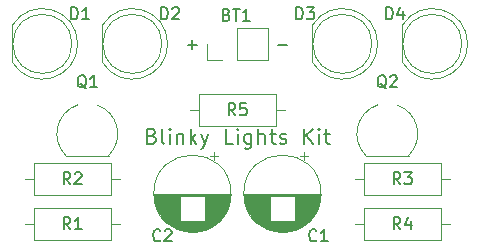
<source format=gbr>
G04 #@! TF.GenerationSoftware,KiCad,Pcbnew,5.1.6+dfsg1-1*
G04 #@! TF.CreationDate,2020-06-27T19:18:24-04:00*
G04 #@! TF.ProjectId,C,432e6b69-6361-4645-9f70-636258585858,rev?*
G04 #@! TF.SameCoordinates,Original*
G04 #@! TF.FileFunction,Legend,Top*
G04 #@! TF.FilePolarity,Positive*
%FSLAX46Y46*%
G04 Gerber Fmt 4.6, Leading zero omitted, Abs format (unit mm)*
G04 Created by KiCad (PCBNEW 5.1.6+dfsg1-1) date 2020-06-27 19:18:24*
%MOMM*%
%LPD*%
G01*
G04 APERTURE LIST*
%ADD10C,0.150000*%
%ADD11C,0.152400*%
%ADD12C,0.120000*%
G04 APERTURE END LIST*
D10*
X162179047Y-81351428D02*
X162940952Y-81351428D01*
X154559047Y-81351428D02*
X155320952Y-81351428D01*
X154940000Y-81732380D02*
X154940000Y-80970476D01*
D11*
X151523095Y-89063285D02*
X151704523Y-89123761D01*
X151765000Y-89184238D01*
X151825476Y-89305190D01*
X151825476Y-89486619D01*
X151765000Y-89607571D01*
X151704523Y-89668047D01*
X151583571Y-89728523D01*
X151099761Y-89728523D01*
X151099761Y-88458523D01*
X151523095Y-88458523D01*
X151644047Y-88519000D01*
X151704523Y-88579476D01*
X151765000Y-88700428D01*
X151765000Y-88821380D01*
X151704523Y-88942333D01*
X151644047Y-89002809D01*
X151523095Y-89063285D01*
X151099761Y-89063285D01*
X152551190Y-89728523D02*
X152430238Y-89668047D01*
X152369761Y-89547095D01*
X152369761Y-88458523D01*
X153035000Y-89728523D02*
X153035000Y-88881857D01*
X153035000Y-88458523D02*
X152974523Y-88519000D01*
X153035000Y-88579476D01*
X153095476Y-88519000D01*
X153035000Y-88458523D01*
X153035000Y-88579476D01*
X153639761Y-88881857D02*
X153639761Y-89728523D01*
X153639761Y-89002809D02*
X153700238Y-88942333D01*
X153821190Y-88881857D01*
X154002619Y-88881857D01*
X154123571Y-88942333D01*
X154184047Y-89063285D01*
X154184047Y-89728523D01*
X154788809Y-89728523D02*
X154788809Y-88458523D01*
X154909761Y-89244714D02*
X155272619Y-89728523D01*
X155272619Y-88881857D02*
X154788809Y-89365666D01*
X155695952Y-88881857D02*
X155998333Y-89728523D01*
X156300714Y-88881857D02*
X155998333Y-89728523D01*
X155877380Y-90030904D01*
X155816904Y-90091380D01*
X155695952Y-90151857D01*
X158356904Y-89728523D02*
X157752142Y-89728523D01*
X157752142Y-88458523D01*
X158780238Y-89728523D02*
X158780238Y-88881857D01*
X158780238Y-88458523D02*
X158719761Y-88519000D01*
X158780238Y-88579476D01*
X158840714Y-88519000D01*
X158780238Y-88458523D01*
X158780238Y-88579476D01*
X159929285Y-88881857D02*
X159929285Y-89909952D01*
X159868809Y-90030904D01*
X159808333Y-90091380D01*
X159687380Y-90151857D01*
X159505952Y-90151857D01*
X159385000Y-90091380D01*
X159929285Y-89668047D02*
X159808333Y-89728523D01*
X159566428Y-89728523D01*
X159445476Y-89668047D01*
X159385000Y-89607571D01*
X159324523Y-89486619D01*
X159324523Y-89123761D01*
X159385000Y-89002809D01*
X159445476Y-88942333D01*
X159566428Y-88881857D01*
X159808333Y-88881857D01*
X159929285Y-88942333D01*
X160534047Y-89728523D02*
X160534047Y-88458523D01*
X161078333Y-89728523D02*
X161078333Y-89063285D01*
X161017857Y-88942333D01*
X160896904Y-88881857D01*
X160715476Y-88881857D01*
X160594523Y-88942333D01*
X160534047Y-89002809D01*
X161501666Y-88881857D02*
X161985476Y-88881857D01*
X161683095Y-88458523D02*
X161683095Y-89547095D01*
X161743571Y-89668047D01*
X161864523Y-89728523D01*
X161985476Y-89728523D01*
X162348333Y-89668047D02*
X162469285Y-89728523D01*
X162711190Y-89728523D01*
X162832142Y-89668047D01*
X162892619Y-89547095D01*
X162892619Y-89486619D01*
X162832142Y-89365666D01*
X162711190Y-89305190D01*
X162529761Y-89305190D01*
X162408809Y-89244714D01*
X162348333Y-89123761D01*
X162348333Y-89063285D01*
X162408809Y-88942333D01*
X162529761Y-88881857D01*
X162711190Y-88881857D01*
X162832142Y-88942333D01*
X164404523Y-89728523D02*
X164404523Y-88458523D01*
X165130238Y-89728523D02*
X164585952Y-89002809D01*
X165130238Y-88458523D02*
X164404523Y-89184238D01*
X165674523Y-89728523D02*
X165674523Y-88881857D01*
X165674523Y-88458523D02*
X165614047Y-88519000D01*
X165674523Y-88579476D01*
X165735000Y-88519000D01*
X165674523Y-88458523D01*
X165674523Y-88579476D01*
X166097857Y-88881857D02*
X166581666Y-88881857D01*
X166279285Y-88458523D02*
X166279285Y-89547095D01*
X166339761Y-89668047D01*
X166460714Y-89728523D01*
X166581666Y-89728523D01*
D12*
X169650000Y-90750000D02*
X173250000Y-90750000D01*
X173258445Y-90727684D02*
G75*
G03*
X172230000Y-86450000I-1808445J1827684D01*
G01*
X169638125Y-90741741D02*
G75*
G02*
X170630000Y-86450000I1811875J1841741D01*
G01*
X144250000Y-90750000D02*
X147850000Y-90750000D01*
X147858445Y-90727684D02*
G75*
G03*
X146830000Y-86450000I-1808445J1827684D01*
G01*
X144238125Y-90741741D02*
G75*
G02*
X145230000Y-86450000I1811875J1841741D01*
G01*
X157094000Y-90774759D02*
X156464000Y-90774759D01*
X156779000Y-90459759D02*
X156779000Y-91089759D01*
X155342000Y-97201000D02*
X154538000Y-97201000D01*
X155573000Y-97161000D02*
X154307000Y-97161000D01*
X155742000Y-97121000D02*
X154138000Y-97121000D01*
X155880000Y-97081000D02*
X154000000Y-97081000D01*
X155999000Y-97041000D02*
X153881000Y-97041000D01*
X156105000Y-97001000D02*
X153775000Y-97001000D01*
X156202000Y-96961000D02*
X153678000Y-96961000D01*
X156290000Y-96921000D02*
X153590000Y-96921000D01*
X156372000Y-96881000D02*
X153508000Y-96881000D01*
X156449000Y-96841000D02*
X153431000Y-96841000D01*
X156521000Y-96801000D02*
X153359000Y-96801000D01*
X156590000Y-96761000D02*
X153290000Y-96761000D01*
X156654000Y-96721000D02*
X153226000Y-96721000D01*
X156716000Y-96681000D02*
X153164000Y-96681000D01*
X156774000Y-96641000D02*
X153106000Y-96641000D01*
X156830000Y-96601000D02*
X153050000Y-96601000D01*
X156884000Y-96561000D02*
X152996000Y-96561000D01*
X156935000Y-96521000D02*
X152945000Y-96521000D01*
X156984000Y-96481000D02*
X152896000Y-96481000D01*
X157032000Y-96441000D02*
X152848000Y-96441000D01*
X157077000Y-96401000D02*
X152803000Y-96401000D01*
X157122000Y-96361000D02*
X152758000Y-96361000D01*
X157164000Y-96321000D02*
X152716000Y-96321000D01*
X157205000Y-96281000D02*
X152675000Y-96281000D01*
X153900000Y-96241000D02*
X152635000Y-96241000D01*
X157245000Y-96241000D02*
X155980000Y-96241000D01*
X153900000Y-96201000D02*
X152597000Y-96201000D01*
X157283000Y-96201000D02*
X155980000Y-96201000D01*
X153900000Y-96161000D02*
X152560000Y-96161000D01*
X157320000Y-96161000D02*
X155980000Y-96161000D01*
X153900000Y-96121000D02*
X152524000Y-96121000D01*
X157356000Y-96121000D02*
X155980000Y-96121000D01*
X153900000Y-96081000D02*
X152490000Y-96081000D01*
X157390000Y-96081000D02*
X155980000Y-96081000D01*
X153900000Y-96041000D02*
X152456000Y-96041000D01*
X157424000Y-96041000D02*
X155980000Y-96041000D01*
X153900000Y-96001000D02*
X152424000Y-96001000D01*
X157456000Y-96001000D02*
X155980000Y-96001000D01*
X153900000Y-95961000D02*
X152392000Y-95961000D01*
X157488000Y-95961000D02*
X155980000Y-95961000D01*
X153900000Y-95921000D02*
X152362000Y-95921000D01*
X157518000Y-95921000D02*
X155980000Y-95921000D01*
X153900000Y-95881000D02*
X152333000Y-95881000D01*
X157547000Y-95881000D02*
X155980000Y-95881000D01*
X153900000Y-95841000D02*
X152304000Y-95841000D01*
X157576000Y-95841000D02*
X155980000Y-95841000D01*
X153900000Y-95801000D02*
X152276000Y-95801000D01*
X157604000Y-95801000D02*
X155980000Y-95801000D01*
X153900000Y-95761000D02*
X152250000Y-95761000D01*
X157630000Y-95761000D02*
X155980000Y-95761000D01*
X153900000Y-95721000D02*
X152224000Y-95721000D01*
X157656000Y-95721000D02*
X155980000Y-95721000D01*
X153900000Y-95681000D02*
X152198000Y-95681000D01*
X157682000Y-95681000D02*
X155980000Y-95681000D01*
X153900000Y-95641000D02*
X152174000Y-95641000D01*
X157706000Y-95641000D02*
X155980000Y-95641000D01*
X153900000Y-95601000D02*
X152150000Y-95601000D01*
X157730000Y-95601000D02*
X155980000Y-95601000D01*
X153900000Y-95561000D02*
X152128000Y-95561000D01*
X157752000Y-95561000D02*
X155980000Y-95561000D01*
X153900000Y-95521000D02*
X152106000Y-95521000D01*
X157774000Y-95521000D02*
X155980000Y-95521000D01*
X153900000Y-95481000D02*
X152084000Y-95481000D01*
X157796000Y-95481000D02*
X155980000Y-95481000D01*
X153900000Y-95441000D02*
X152064000Y-95441000D01*
X157816000Y-95441000D02*
X155980000Y-95441000D01*
X153900000Y-95401000D02*
X152044000Y-95401000D01*
X157836000Y-95401000D02*
X155980000Y-95401000D01*
X153900000Y-95361000D02*
X152024000Y-95361000D01*
X157856000Y-95361000D02*
X155980000Y-95361000D01*
X153900000Y-95321000D02*
X152006000Y-95321000D01*
X157874000Y-95321000D02*
X155980000Y-95321000D01*
X153900000Y-95281000D02*
X151988000Y-95281000D01*
X157892000Y-95281000D02*
X155980000Y-95281000D01*
X153900000Y-95241000D02*
X151970000Y-95241000D01*
X157910000Y-95241000D02*
X155980000Y-95241000D01*
X153900000Y-95201000D02*
X151954000Y-95201000D01*
X157926000Y-95201000D02*
X155980000Y-95201000D01*
X153900000Y-95161000D02*
X151938000Y-95161000D01*
X157942000Y-95161000D02*
X155980000Y-95161000D01*
X153900000Y-95121000D02*
X151922000Y-95121000D01*
X157958000Y-95121000D02*
X155980000Y-95121000D01*
X153900000Y-95081000D02*
X151907000Y-95081000D01*
X157973000Y-95081000D02*
X155980000Y-95081000D01*
X153900000Y-95041000D02*
X151893000Y-95041000D01*
X157987000Y-95041000D02*
X155980000Y-95041000D01*
X153900000Y-95001000D02*
X151879000Y-95001000D01*
X158001000Y-95001000D02*
X155980000Y-95001000D01*
X153900000Y-94961000D02*
X151866000Y-94961000D01*
X158014000Y-94961000D02*
X155980000Y-94961000D01*
X153900000Y-94921000D02*
X151854000Y-94921000D01*
X158026000Y-94921000D02*
X155980000Y-94921000D01*
X153900000Y-94881000D02*
X151842000Y-94881000D01*
X158038000Y-94881000D02*
X155980000Y-94881000D01*
X153900000Y-94841000D02*
X151830000Y-94841000D01*
X158050000Y-94841000D02*
X155980000Y-94841000D01*
X153900000Y-94801000D02*
X151819000Y-94801000D01*
X158061000Y-94801000D02*
X155980000Y-94801000D01*
X153900000Y-94761000D02*
X151809000Y-94761000D01*
X158071000Y-94761000D02*
X155980000Y-94761000D01*
X153900000Y-94721000D02*
X151799000Y-94721000D01*
X158081000Y-94721000D02*
X155980000Y-94721000D01*
X153900000Y-94681000D02*
X151790000Y-94681000D01*
X158090000Y-94681000D02*
X155980000Y-94681000D01*
X153900000Y-94640000D02*
X151781000Y-94640000D01*
X158099000Y-94640000D02*
X155980000Y-94640000D01*
X153900000Y-94600000D02*
X151773000Y-94600000D01*
X158107000Y-94600000D02*
X155980000Y-94600000D01*
X153900000Y-94560000D02*
X151765000Y-94560000D01*
X158115000Y-94560000D02*
X155980000Y-94560000D01*
X153900000Y-94520000D02*
X151758000Y-94520000D01*
X158122000Y-94520000D02*
X155980000Y-94520000D01*
X153900000Y-94480000D02*
X151751000Y-94480000D01*
X158129000Y-94480000D02*
X155980000Y-94480000D01*
X153900000Y-94440000D02*
X151745000Y-94440000D01*
X158135000Y-94440000D02*
X155980000Y-94440000D01*
X153900000Y-94400000D02*
X151739000Y-94400000D01*
X158141000Y-94400000D02*
X155980000Y-94400000D01*
X153900000Y-94360000D02*
X151734000Y-94360000D01*
X158146000Y-94360000D02*
X155980000Y-94360000D01*
X153900000Y-94320000D02*
X151729000Y-94320000D01*
X158151000Y-94320000D02*
X155980000Y-94320000D01*
X153900000Y-94280000D02*
X151725000Y-94280000D01*
X158155000Y-94280000D02*
X155980000Y-94280000D01*
X153900000Y-94240000D02*
X151722000Y-94240000D01*
X158158000Y-94240000D02*
X155980000Y-94240000D01*
X153900000Y-94200000D02*
X151718000Y-94200000D01*
X158162000Y-94200000D02*
X155980000Y-94200000D01*
X158164000Y-94160000D02*
X151716000Y-94160000D01*
X158167000Y-94120000D02*
X151713000Y-94120000D01*
X158168000Y-94080000D02*
X151712000Y-94080000D01*
X158170000Y-94040000D02*
X151710000Y-94040000D01*
X158170000Y-94000000D02*
X151710000Y-94000000D01*
X158170000Y-93960000D02*
X151710000Y-93960000D01*
X158210000Y-93960000D02*
G75*
G03*
X158210000Y-93960000I-3270000J0D01*
G01*
X164714000Y-90774759D02*
X164084000Y-90774759D01*
X164399000Y-90459759D02*
X164399000Y-91089759D01*
X162962000Y-97201000D02*
X162158000Y-97201000D01*
X163193000Y-97161000D02*
X161927000Y-97161000D01*
X163362000Y-97121000D02*
X161758000Y-97121000D01*
X163500000Y-97081000D02*
X161620000Y-97081000D01*
X163619000Y-97041000D02*
X161501000Y-97041000D01*
X163725000Y-97001000D02*
X161395000Y-97001000D01*
X163822000Y-96961000D02*
X161298000Y-96961000D01*
X163910000Y-96921000D02*
X161210000Y-96921000D01*
X163992000Y-96881000D02*
X161128000Y-96881000D01*
X164069000Y-96841000D02*
X161051000Y-96841000D01*
X164141000Y-96801000D02*
X160979000Y-96801000D01*
X164210000Y-96761000D02*
X160910000Y-96761000D01*
X164274000Y-96721000D02*
X160846000Y-96721000D01*
X164336000Y-96681000D02*
X160784000Y-96681000D01*
X164394000Y-96641000D02*
X160726000Y-96641000D01*
X164450000Y-96601000D02*
X160670000Y-96601000D01*
X164504000Y-96561000D02*
X160616000Y-96561000D01*
X164555000Y-96521000D02*
X160565000Y-96521000D01*
X164604000Y-96481000D02*
X160516000Y-96481000D01*
X164652000Y-96441000D02*
X160468000Y-96441000D01*
X164697000Y-96401000D02*
X160423000Y-96401000D01*
X164742000Y-96361000D02*
X160378000Y-96361000D01*
X164784000Y-96321000D02*
X160336000Y-96321000D01*
X164825000Y-96281000D02*
X160295000Y-96281000D01*
X161520000Y-96241000D02*
X160255000Y-96241000D01*
X164865000Y-96241000D02*
X163600000Y-96241000D01*
X161520000Y-96201000D02*
X160217000Y-96201000D01*
X164903000Y-96201000D02*
X163600000Y-96201000D01*
X161520000Y-96161000D02*
X160180000Y-96161000D01*
X164940000Y-96161000D02*
X163600000Y-96161000D01*
X161520000Y-96121000D02*
X160144000Y-96121000D01*
X164976000Y-96121000D02*
X163600000Y-96121000D01*
X161520000Y-96081000D02*
X160110000Y-96081000D01*
X165010000Y-96081000D02*
X163600000Y-96081000D01*
X161520000Y-96041000D02*
X160076000Y-96041000D01*
X165044000Y-96041000D02*
X163600000Y-96041000D01*
X161520000Y-96001000D02*
X160044000Y-96001000D01*
X165076000Y-96001000D02*
X163600000Y-96001000D01*
X161520000Y-95961000D02*
X160012000Y-95961000D01*
X165108000Y-95961000D02*
X163600000Y-95961000D01*
X161520000Y-95921000D02*
X159982000Y-95921000D01*
X165138000Y-95921000D02*
X163600000Y-95921000D01*
X161520000Y-95881000D02*
X159953000Y-95881000D01*
X165167000Y-95881000D02*
X163600000Y-95881000D01*
X161520000Y-95841000D02*
X159924000Y-95841000D01*
X165196000Y-95841000D02*
X163600000Y-95841000D01*
X161520000Y-95801000D02*
X159896000Y-95801000D01*
X165224000Y-95801000D02*
X163600000Y-95801000D01*
X161520000Y-95761000D02*
X159870000Y-95761000D01*
X165250000Y-95761000D02*
X163600000Y-95761000D01*
X161520000Y-95721000D02*
X159844000Y-95721000D01*
X165276000Y-95721000D02*
X163600000Y-95721000D01*
X161520000Y-95681000D02*
X159818000Y-95681000D01*
X165302000Y-95681000D02*
X163600000Y-95681000D01*
X161520000Y-95641000D02*
X159794000Y-95641000D01*
X165326000Y-95641000D02*
X163600000Y-95641000D01*
X161520000Y-95601000D02*
X159770000Y-95601000D01*
X165350000Y-95601000D02*
X163600000Y-95601000D01*
X161520000Y-95561000D02*
X159748000Y-95561000D01*
X165372000Y-95561000D02*
X163600000Y-95561000D01*
X161520000Y-95521000D02*
X159726000Y-95521000D01*
X165394000Y-95521000D02*
X163600000Y-95521000D01*
X161520000Y-95481000D02*
X159704000Y-95481000D01*
X165416000Y-95481000D02*
X163600000Y-95481000D01*
X161520000Y-95441000D02*
X159684000Y-95441000D01*
X165436000Y-95441000D02*
X163600000Y-95441000D01*
X161520000Y-95401000D02*
X159664000Y-95401000D01*
X165456000Y-95401000D02*
X163600000Y-95401000D01*
X161520000Y-95361000D02*
X159644000Y-95361000D01*
X165476000Y-95361000D02*
X163600000Y-95361000D01*
X161520000Y-95321000D02*
X159626000Y-95321000D01*
X165494000Y-95321000D02*
X163600000Y-95321000D01*
X161520000Y-95281000D02*
X159608000Y-95281000D01*
X165512000Y-95281000D02*
X163600000Y-95281000D01*
X161520000Y-95241000D02*
X159590000Y-95241000D01*
X165530000Y-95241000D02*
X163600000Y-95241000D01*
X161520000Y-95201000D02*
X159574000Y-95201000D01*
X165546000Y-95201000D02*
X163600000Y-95201000D01*
X161520000Y-95161000D02*
X159558000Y-95161000D01*
X165562000Y-95161000D02*
X163600000Y-95161000D01*
X161520000Y-95121000D02*
X159542000Y-95121000D01*
X165578000Y-95121000D02*
X163600000Y-95121000D01*
X161520000Y-95081000D02*
X159527000Y-95081000D01*
X165593000Y-95081000D02*
X163600000Y-95081000D01*
X161520000Y-95041000D02*
X159513000Y-95041000D01*
X165607000Y-95041000D02*
X163600000Y-95041000D01*
X161520000Y-95001000D02*
X159499000Y-95001000D01*
X165621000Y-95001000D02*
X163600000Y-95001000D01*
X161520000Y-94961000D02*
X159486000Y-94961000D01*
X165634000Y-94961000D02*
X163600000Y-94961000D01*
X161520000Y-94921000D02*
X159474000Y-94921000D01*
X165646000Y-94921000D02*
X163600000Y-94921000D01*
X161520000Y-94881000D02*
X159462000Y-94881000D01*
X165658000Y-94881000D02*
X163600000Y-94881000D01*
X161520000Y-94841000D02*
X159450000Y-94841000D01*
X165670000Y-94841000D02*
X163600000Y-94841000D01*
X161520000Y-94801000D02*
X159439000Y-94801000D01*
X165681000Y-94801000D02*
X163600000Y-94801000D01*
X161520000Y-94761000D02*
X159429000Y-94761000D01*
X165691000Y-94761000D02*
X163600000Y-94761000D01*
X161520000Y-94721000D02*
X159419000Y-94721000D01*
X165701000Y-94721000D02*
X163600000Y-94721000D01*
X161520000Y-94681000D02*
X159410000Y-94681000D01*
X165710000Y-94681000D02*
X163600000Y-94681000D01*
X161520000Y-94640000D02*
X159401000Y-94640000D01*
X165719000Y-94640000D02*
X163600000Y-94640000D01*
X161520000Y-94600000D02*
X159393000Y-94600000D01*
X165727000Y-94600000D02*
X163600000Y-94600000D01*
X161520000Y-94560000D02*
X159385000Y-94560000D01*
X165735000Y-94560000D02*
X163600000Y-94560000D01*
X161520000Y-94520000D02*
X159378000Y-94520000D01*
X165742000Y-94520000D02*
X163600000Y-94520000D01*
X161520000Y-94480000D02*
X159371000Y-94480000D01*
X165749000Y-94480000D02*
X163600000Y-94480000D01*
X161520000Y-94440000D02*
X159365000Y-94440000D01*
X165755000Y-94440000D02*
X163600000Y-94440000D01*
X161520000Y-94400000D02*
X159359000Y-94400000D01*
X165761000Y-94400000D02*
X163600000Y-94400000D01*
X161520000Y-94360000D02*
X159354000Y-94360000D01*
X165766000Y-94360000D02*
X163600000Y-94360000D01*
X161520000Y-94320000D02*
X159349000Y-94320000D01*
X165771000Y-94320000D02*
X163600000Y-94320000D01*
X161520000Y-94280000D02*
X159345000Y-94280000D01*
X165775000Y-94280000D02*
X163600000Y-94280000D01*
X161520000Y-94240000D02*
X159342000Y-94240000D01*
X165778000Y-94240000D02*
X163600000Y-94240000D01*
X161520000Y-94200000D02*
X159338000Y-94200000D01*
X165782000Y-94200000D02*
X163600000Y-94200000D01*
X165784000Y-94160000D02*
X159336000Y-94160000D01*
X165787000Y-94120000D02*
X159333000Y-94120000D01*
X165788000Y-94080000D02*
X159332000Y-94080000D01*
X165790000Y-94040000D02*
X159330000Y-94040000D01*
X165790000Y-94000000D02*
X159330000Y-94000000D01*
X165790000Y-93960000D02*
X159330000Y-93960000D01*
X165830000Y-93960000D02*
G75*
G03*
X165830000Y-93960000I-3270000J0D01*
G01*
X162790000Y-86868000D02*
X162020000Y-86868000D01*
X154710000Y-86868000D02*
X155480000Y-86868000D01*
X162020000Y-85498000D02*
X155480000Y-85498000D01*
X162020000Y-88238000D02*
X162020000Y-85498000D01*
X155480000Y-88238000D02*
X162020000Y-88238000D01*
X155480000Y-85498000D02*
X155480000Y-88238000D01*
X168680000Y-96520000D02*
X169450000Y-96520000D01*
X176760000Y-96520000D02*
X175990000Y-96520000D01*
X169450000Y-97890000D02*
X175990000Y-97890000D01*
X169450000Y-95150000D02*
X169450000Y-97890000D01*
X175990000Y-95150000D02*
X169450000Y-95150000D01*
X175990000Y-97890000D02*
X175990000Y-95150000D01*
X168680000Y-92710000D02*
X169450000Y-92710000D01*
X176760000Y-92710000D02*
X175990000Y-92710000D01*
X169450000Y-94080000D02*
X175990000Y-94080000D01*
X169450000Y-91340000D02*
X169450000Y-94080000D01*
X175990000Y-91340000D02*
X169450000Y-91340000D01*
X175990000Y-94080000D02*
X175990000Y-91340000D01*
X148820000Y-92710000D02*
X148050000Y-92710000D01*
X140740000Y-92710000D02*
X141510000Y-92710000D01*
X148050000Y-91340000D02*
X141510000Y-91340000D01*
X148050000Y-94080000D02*
X148050000Y-91340000D01*
X141510000Y-94080000D02*
X148050000Y-94080000D01*
X141510000Y-91340000D02*
X141510000Y-94080000D01*
X148820000Y-96520000D02*
X148050000Y-96520000D01*
X140740000Y-96520000D02*
X141510000Y-96520000D01*
X148050000Y-95150000D02*
X141510000Y-95150000D01*
X148050000Y-97890000D02*
X148050000Y-95150000D01*
X141510000Y-97890000D02*
X148050000Y-97890000D01*
X141510000Y-95150000D02*
X141510000Y-97890000D01*
X172700000Y-79735000D02*
X172700000Y-82825000D01*
X177760000Y-81280000D02*
G75*
G03*
X177760000Y-81280000I-2500000J0D01*
G01*
X178250000Y-81279538D02*
G75*
G02*
X172700000Y-82824830I-2990000J-462D01*
G01*
X178250000Y-81280462D02*
G75*
G03*
X172700000Y-79735170I-2990000J462D01*
G01*
X165080000Y-79735000D02*
X165080000Y-82825000D01*
X170140000Y-81280000D02*
G75*
G03*
X170140000Y-81280000I-2500000J0D01*
G01*
X170630000Y-81279538D02*
G75*
G02*
X165080000Y-82824830I-2990000J-462D01*
G01*
X170630000Y-81280462D02*
G75*
G03*
X165080000Y-79735170I-2990000J462D01*
G01*
X147300000Y-79735000D02*
X147300000Y-82825000D01*
X152360000Y-81280000D02*
G75*
G03*
X152360000Y-81280000I-2500000J0D01*
G01*
X152850000Y-81279538D02*
G75*
G02*
X147300000Y-82824830I-2990000J-462D01*
G01*
X152850000Y-81280462D02*
G75*
G03*
X147300000Y-79735170I-2990000J462D01*
G01*
X139680000Y-79735000D02*
X139680000Y-82825000D01*
X144740000Y-81280000D02*
G75*
G03*
X144740000Y-81280000I-2500000J0D01*
G01*
X145230000Y-81279538D02*
G75*
G02*
X139680000Y-82824830I-2990000J-462D01*
G01*
X145230000Y-81280462D02*
G75*
G03*
X139680000Y-79735170I-2990000J462D01*
G01*
X156150000Y-82610000D02*
X156150000Y-81280000D01*
X157480000Y-82610000D02*
X156150000Y-82610000D01*
X158750000Y-82610000D02*
X158750000Y-79950000D01*
X158750000Y-79950000D02*
X161350000Y-79950000D01*
X158750000Y-82610000D02*
X161350000Y-82610000D01*
X161350000Y-82610000D02*
X161350000Y-79950000D01*
D10*
X171354761Y-85047619D02*
X171259523Y-85000000D01*
X171164285Y-84904761D01*
X171021428Y-84761904D01*
X170926190Y-84714285D01*
X170830952Y-84714285D01*
X170878571Y-84952380D02*
X170783333Y-84904761D01*
X170688095Y-84809523D01*
X170640476Y-84619047D01*
X170640476Y-84285714D01*
X170688095Y-84095238D01*
X170783333Y-84000000D01*
X170878571Y-83952380D01*
X171069047Y-83952380D01*
X171164285Y-84000000D01*
X171259523Y-84095238D01*
X171307142Y-84285714D01*
X171307142Y-84619047D01*
X171259523Y-84809523D01*
X171164285Y-84904761D01*
X171069047Y-84952380D01*
X170878571Y-84952380D01*
X171688095Y-84047619D02*
X171735714Y-84000000D01*
X171830952Y-83952380D01*
X172069047Y-83952380D01*
X172164285Y-84000000D01*
X172211904Y-84047619D01*
X172259523Y-84142857D01*
X172259523Y-84238095D01*
X172211904Y-84380952D01*
X171640476Y-84952380D01*
X172259523Y-84952380D01*
X145954761Y-85047619D02*
X145859523Y-85000000D01*
X145764285Y-84904761D01*
X145621428Y-84761904D01*
X145526190Y-84714285D01*
X145430952Y-84714285D01*
X145478571Y-84952380D02*
X145383333Y-84904761D01*
X145288095Y-84809523D01*
X145240476Y-84619047D01*
X145240476Y-84285714D01*
X145288095Y-84095238D01*
X145383333Y-84000000D01*
X145478571Y-83952380D01*
X145669047Y-83952380D01*
X145764285Y-84000000D01*
X145859523Y-84095238D01*
X145907142Y-84285714D01*
X145907142Y-84619047D01*
X145859523Y-84809523D01*
X145764285Y-84904761D01*
X145669047Y-84952380D01*
X145478571Y-84952380D01*
X146859523Y-84952380D02*
X146288095Y-84952380D01*
X146573809Y-84952380D02*
X146573809Y-83952380D01*
X146478571Y-84095238D01*
X146383333Y-84190476D01*
X146288095Y-84238095D01*
X152233333Y-97893142D02*
X152185714Y-97940761D01*
X152042857Y-97988380D01*
X151947619Y-97988380D01*
X151804761Y-97940761D01*
X151709523Y-97845523D01*
X151661904Y-97750285D01*
X151614285Y-97559809D01*
X151614285Y-97416952D01*
X151661904Y-97226476D01*
X151709523Y-97131238D01*
X151804761Y-97036000D01*
X151947619Y-96988380D01*
X152042857Y-96988380D01*
X152185714Y-97036000D01*
X152233333Y-97083619D01*
X152614285Y-97083619D02*
X152661904Y-97036000D01*
X152757142Y-96988380D01*
X152995238Y-96988380D01*
X153090476Y-97036000D01*
X153138095Y-97083619D01*
X153185714Y-97178857D01*
X153185714Y-97274095D01*
X153138095Y-97416952D01*
X152566666Y-97988380D01*
X153185714Y-97988380D01*
X165441333Y-97893142D02*
X165393714Y-97940761D01*
X165250857Y-97988380D01*
X165155619Y-97988380D01*
X165012761Y-97940761D01*
X164917523Y-97845523D01*
X164869904Y-97750285D01*
X164822285Y-97559809D01*
X164822285Y-97416952D01*
X164869904Y-97226476D01*
X164917523Y-97131238D01*
X165012761Y-97036000D01*
X165155619Y-96988380D01*
X165250857Y-96988380D01*
X165393714Y-97036000D01*
X165441333Y-97083619D01*
X166393714Y-97988380D02*
X165822285Y-97988380D01*
X166108000Y-97988380D02*
X166108000Y-96988380D01*
X166012761Y-97131238D01*
X165917523Y-97226476D01*
X165822285Y-97274095D01*
X158583333Y-87320380D02*
X158250000Y-86844190D01*
X158011904Y-87320380D02*
X158011904Y-86320380D01*
X158392857Y-86320380D01*
X158488095Y-86368000D01*
X158535714Y-86415619D01*
X158583333Y-86510857D01*
X158583333Y-86653714D01*
X158535714Y-86748952D01*
X158488095Y-86796571D01*
X158392857Y-86844190D01*
X158011904Y-86844190D01*
X159488095Y-86320380D02*
X159011904Y-86320380D01*
X158964285Y-86796571D01*
X159011904Y-86748952D01*
X159107142Y-86701333D01*
X159345238Y-86701333D01*
X159440476Y-86748952D01*
X159488095Y-86796571D01*
X159535714Y-86891809D01*
X159535714Y-87129904D01*
X159488095Y-87225142D01*
X159440476Y-87272761D01*
X159345238Y-87320380D01*
X159107142Y-87320380D01*
X159011904Y-87272761D01*
X158964285Y-87225142D01*
X172553333Y-96972380D02*
X172220000Y-96496190D01*
X171981904Y-96972380D02*
X171981904Y-95972380D01*
X172362857Y-95972380D01*
X172458095Y-96020000D01*
X172505714Y-96067619D01*
X172553333Y-96162857D01*
X172553333Y-96305714D01*
X172505714Y-96400952D01*
X172458095Y-96448571D01*
X172362857Y-96496190D01*
X171981904Y-96496190D01*
X173410476Y-96305714D02*
X173410476Y-96972380D01*
X173172380Y-95924761D02*
X172934285Y-96639047D01*
X173553333Y-96639047D01*
X172553333Y-93162380D02*
X172220000Y-92686190D01*
X171981904Y-93162380D02*
X171981904Y-92162380D01*
X172362857Y-92162380D01*
X172458095Y-92210000D01*
X172505714Y-92257619D01*
X172553333Y-92352857D01*
X172553333Y-92495714D01*
X172505714Y-92590952D01*
X172458095Y-92638571D01*
X172362857Y-92686190D01*
X171981904Y-92686190D01*
X172886666Y-92162380D02*
X173505714Y-92162380D01*
X173172380Y-92543333D01*
X173315238Y-92543333D01*
X173410476Y-92590952D01*
X173458095Y-92638571D01*
X173505714Y-92733809D01*
X173505714Y-92971904D01*
X173458095Y-93067142D01*
X173410476Y-93114761D01*
X173315238Y-93162380D01*
X173029523Y-93162380D01*
X172934285Y-93114761D01*
X172886666Y-93067142D01*
X144613333Y-93162380D02*
X144280000Y-92686190D01*
X144041904Y-93162380D02*
X144041904Y-92162380D01*
X144422857Y-92162380D01*
X144518095Y-92210000D01*
X144565714Y-92257619D01*
X144613333Y-92352857D01*
X144613333Y-92495714D01*
X144565714Y-92590952D01*
X144518095Y-92638571D01*
X144422857Y-92686190D01*
X144041904Y-92686190D01*
X144994285Y-92257619D02*
X145041904Y-92210000D01*
X145137142Y-92162380D01*
X145375238Y-92162380D01*
X145470476Y-92210000D01*
X145518095Y-92257619D01*
X145565714Y-92352857D01*
X145565714Y-92448095D01*
X145518095Y-92590952D01*
X144946666Y-93162380D01*
X145565714Y-93162380D01*
X144613333Y-96972380D02*
X144280000Y-96496190D01*
X144041904Y-96972380D02*
X144041904Y-95972380D01*
X144422857Y-95972380D01*
X144518095Y-96020000D01*
X144565714Y-96067619D01*
X144613333Y-96162857D01*
X144613333Y-96305714D01*
X144565714Y-96400952D01*
X144518095Y-96448571D01*
X144422857Y-96496190D01*
X144041904Y-96496190D01*
X145565714Y-96972380D02*
X144994285Y-96972380D01*
X145280000Y-96972380D02*
X145280000Y-95972380D01*
X145184761Y-96115238D01*
X145089523Y-96210476D01*
X144994285Y-96258095D01*
X171346904Y-79192380D02*
X171346904Y-78192380D01*
X171585000Y-78192380D01*
X171727857Y-78240000D01*
X171823095Y-78335238D01*
X171870714Y-78430476D01*
X171918333Y-78620952D01*
X171918333Y-78763809D01*
X171870714Y-78954285D01*
X171823095Y-79049523D01*
X171727857Y-79144761D01*
X171585000Y-79192380D01*
X171346904Y-79192380D01*
X172775476Y-78525714D02*
X172775476Y-79192380D01*
X172537380Y-78144761D02*
X172299285Y-78859047D01*
X172918333Y-78859047D01*
X163726904Y-79192380D02*
X163726904Y-78192380D01*
X163965000Y-78192380D01*
X164107857Y-78240000D01*
X164203095Y-78335238D01*
X164250714Y-78430476D01*
X164298333Y-78620952D01*
X164298333Y-78763809D01*
X164250714Y-78954285D01*
X164203095Y-79049523D01*
X164107857Y-79144761D01*
X163965000Y-79192380D01*
X163726904Y-79192380D01*
X164631666Y-78192380D02*
X165250714Y-78192380D01*
X164917380Y-78573333D01*
X165060238Y-78573333D01*
X165155476Y-78620952D01*
X165203095Y-78668571D01*
X165250714Y-78763809D01*
X165250714Y-79001904D01*
X165203095Y-79097142D01*
X165155476Y-79144761D01*
X165060238Y-79192380D01*
X164774523Y-79192380D01*
X164679285Y-79144761D01*
X164631666Y-79097142D01*
X152296904Y-79192380D02*
X152296904Y-78192380D01*
X152535000Y-78192380D01*
X152677857Y-78240000D01*
X152773095Y-78335238D01*
X152820714Y-78430476D01*
X152868333Y-78620952D01*
X152868333Y-78763809D01*
X152820714Y-78954285D01*
X152773095Y-79049523D01*
X152677857Y-79144761D01*
X152535000Y-79192380D01*
X152296904Y-79192380D01*
X153249285Y-78287619D02*
X153296904Y-78240000D01*
X153392142Y-78192380D01*
X153630238Y-78192380D01*
X153725476Y-78240000D01*
X153773095Y-78287619D01*
X153820714Y-78382857D01*
X153820714Y-78478095D01*
X153773095Y-78620952D01*
X153201666Y-79192380D01*
X153820714Y-79192380D01*
X144676904Y-79192380D02*
X144676904Y-78192380D01*
X144915000Y-78192380D01*
X145057857Y-78240000D01*
X145153095Y-78335238D01*
X145200714Y-78430476D01*
X145248333Y-78620952D01*
X145248333Y-78763809D01*
X145200714Y-78954285D01*
X145153095Y-79049523D01*
X145057857Y-79144761D01*
X144915000Y-79192380D01*
X144676904Y-79192380D01*
X146200714Y-79192380D02*
X145629285Y-79192380D01*
X145915000Y-79192380D02*
X145915000Y-78192380D01*
X145819761Y-78335238D01*
X145724523Y-78430476D01*
X145629285Y-78478095D01*
X157837285Y-78795571D02*
X157980142Y-78843190D01*
X158027761Y-78890809D01*
X158075380Y-78986047D01*
X158075380Y-79128904D01*
X158027761Y-79224142D01*
X157980142Y-79271761D01*
X157884904Y-79319380D01*
X157503952Y-79319380D01*
X157503952Y-78319380D01*
X157837285Y-78319380D01*
X157932523Y-78367000D01*
X157980142Y-78414619D01*
X158027761Y-78509857D01*
X158027761Y-78605095D01*
X157980142Y-78700333D01*
X157932523Y-78747952D01*
X157837285Y-78795571D01*
X157503952Y-78795571D01*
X158361095Y-78319380D02*
X158932523Y-78319380D01*
X158646809Y-79319380D02*
X158646809Y-78319380D01*
X159789666Y-79319380D02*
X159218238Y-79319380D01*
X159503952Y-79319380D02*
X159503952Y-78319380D01*
X159408714Y-78462238D01*
X159313476Y-78557476D01*
X159218238Y-78605095D01*
M02*

</source>
